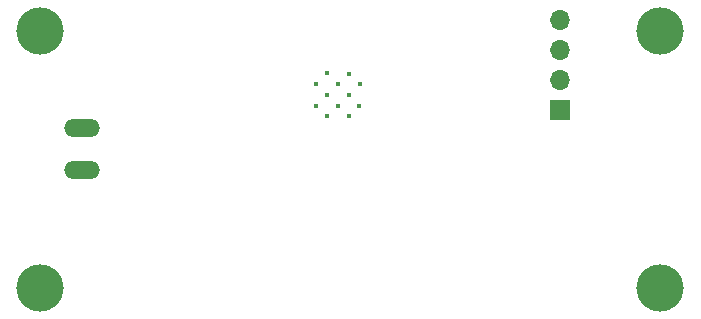
<source format=gbs>
G04 #@! TF.GenerationSoftware,KiCad,Pcbnew,(5.1.9)-1*
G04 #@! TF.CreationDate,2021-04-10T17:31:22+02:00*
G04 #@! TF.ProjectId,StralingslocatiePCB,53747261-6c69-46e6-9773-6c6f63617469,rev?*
G04 #@! TF.SameCoordinates,Original*
G04 #@! TF.FileFunction,Soldermask,Bot*
G04 #@! TF.FilePolarity,Negative*
%FSLAX46Y46*%
G04 Gerber Fmt 4.6, Leading zero omitted, Abs format (unit mm)*
G04 Created by KiCad (PCBNEW (5.1.9)-1) date 2021-04-10 17:31:22*
%MOMM*%
%LPD*%
G01*
G04 APERTURE LIST*
%ADD10C,0.400000*%
%ADD11O,1.700000X1.700000*%
%ADD12R,1.700000X1.700000*%
%ADD13O,3.014980X1.506220*%
%ADD14C,4.000000*%
G04 APERTURE END LIST*
D10*
X143284500Y-50495000D03*
X145138700Y-50495000D03*
X146002300Y-49580600D03*
X146053100Y-47751800D03*
X144198900Y-47751800D03*
X142344700Y-47751800D03*
X142319300Y-49606000D03*
X144198900Y-49606000D03*
X143284500Y-48666200D03*
X143284500Y-46812000D03*
X145113300Y-46862800D03*
X145113300Y-48691600D03*
D11*
X163000000Y-42310000D03*
X163000000Y-44850000D03*
X163000000Y-47390000D03*
D12*
X163000000Y-49930000D03*
D13*
X122500000Y-51502480D03*
X122500000Y-54997520D03*
D14*
X171500000Y-43250000D03*
X171500000Y-65000000D03*
X119000000Y-43250000D03*
X119000000Y-65000000D03*
M02*

</source>
